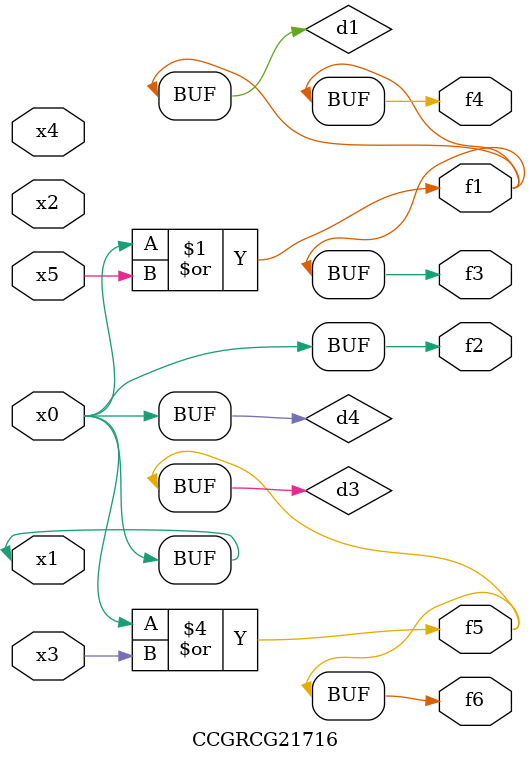
<source format=v>
module CCGRCG21716(
	input x0, x1, x2, x3, x4, x5,
	output f1, f2, f3, f4, f5, f6
);

	wire d1, d2, d3, d4;

	or (d1, x0, x5);
	xnor (d2, x1, x4);
	or (d3, x0, x3);
	buf (d4, x0, x1);
	assign f1 = d1;
	assign f2 = d4;
	assign f3 = d1;
	assign f4 = d1;
	assign f5 = d3;
	assign f6 = d3;
endmodule

</source>
